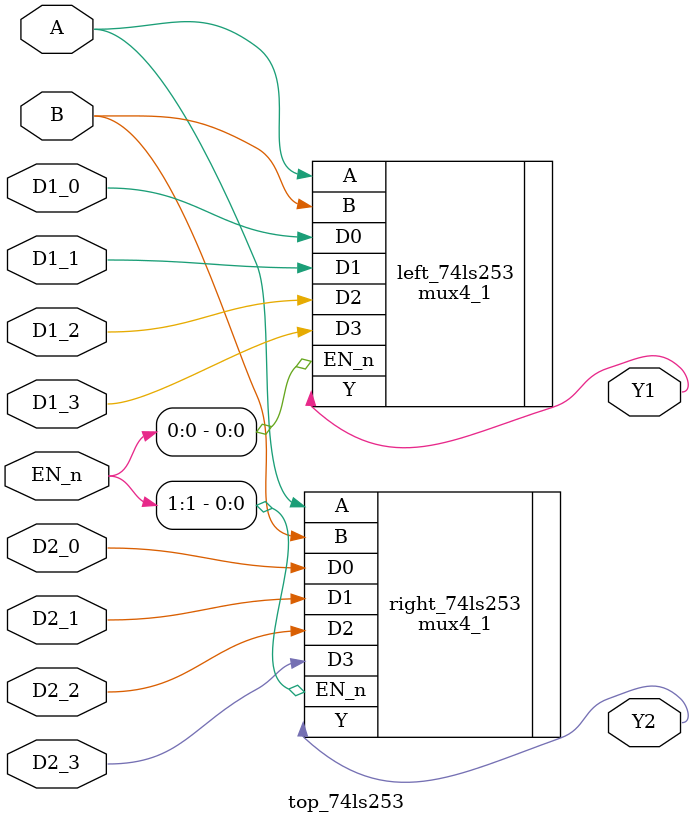
<source format=v>
module top_74ls253 (
    input A, B,
    input [1:0] EN_n,
    input D1_0, D1_1, D1_2, D1_3,
    input D2_0, D2_1, D2_2, D2_3,
    output Y1, Y2
);

/* LEFT MUX 4 - 1 */
mux4_1 left_74ls253 (
    .EN_n(EN_n[0]),
    .A(A),
    .B(B),
    .D0(D1_0),
    .D1(D1_1),
    .D2(D1_2),
    .D3(D1_3),
    .Y(Y1)
);

/* RIGHT MUX 4 - 1 */
mux4_1 right_74ls253 (
    .EN_n(EN_n[1]),
    .A(A),
    .B(B),
    .D0(D2_0),
    .D1(D2_1),
    .D2(D2_2),
    .D3(D2_3),
    .Y(Y2)
);

endmodule

</source>
